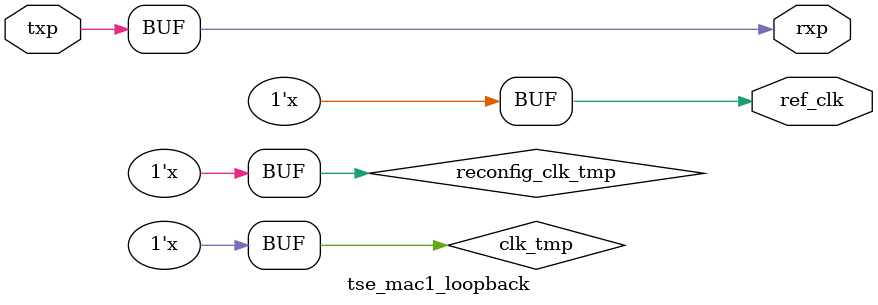
<source format=v>

`timescale 1ns / 1ps

module tse_mac1_loopback (
  ref_clk,


  txp,
  rxp


);

  output ref_clk;


  input txp;
  output rxp;


  reg clk_tmp;
  initial
     clk_tmp <= 1'b0;
  always
     #4 clk_tmp <= ~clk_tmp;
  reg reconfig_clk_tmp;
  initial
     reconfig_clk_tmp <= 1'b0;
  always
     #20 reconfig_clk_tmp <= ~reconfig_clk_tmp;
  assign ref_clk = clk_tmp;


  assign rxp=txp;


endmodule

</source>
